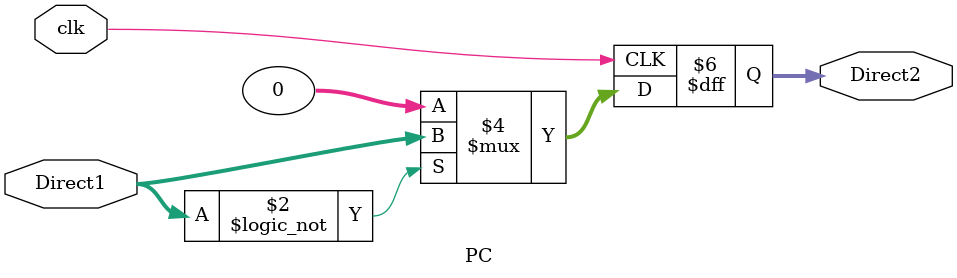
<source format=v>
`timescale 1ns/1ns

module PC(
	input [31:0]Direct1,
	input clk,
	output reg [31:0]Direct2
);
	
always @(posedge clk)
	if (!Direct1) begin 
		Direct2 <= Direct1;
	end
	else begin
		Direct2 = 0;
	end

endmodule

</source>
